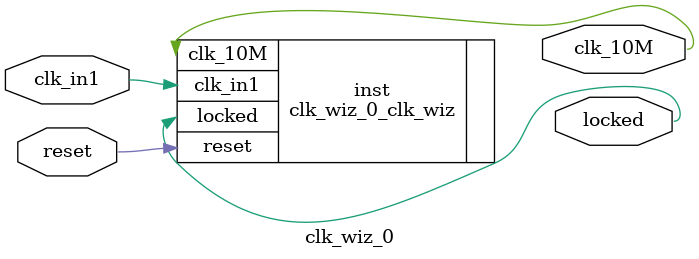
<source format=v>


`timescale 1ps/1ps

(* CORE_GENERATION_INFO = "clk_wiz_0,clk_wiz_v6_0_5_0_0,{component_name=clk_wiz_0,use_phase_alignment=true,use_min_o_jitter=false,use_max_i_jitter=false,use_dyn_phase_shift=false,use_inclk_switchover=false,use_dyn_reconfig=false,enable_axi=0,feedback_source=FDBK_AUTO,PRIMITIVE=MMCM,num_out_clk=1,clkin1_period=10.000,clkin2_period=10.000,use_power_down=false,use_reset=true,use_locked=true,use_inclk_stopped=false,feedback_type=SINGLE,CLOCK_MGR_TYPE=NA,manual_override=false}" *)

module clk_wiz_0 
 (
  // Clock out ports
  output        clk_10M,
  // Status and control signals
  input         reset,
  output        locked,
 // Clock in ports
  input         clk_in1
 );

  clk_wiz_0_clk_wiz inst
  (
  // Clock out ports  
  .clk_10M(clk_10M),
  // Status and control signals               
  .reset(reset), 
  .locked(locked),
 // Clock in ports
  .clk_in1(clk_in1)
  );

endmodule

</source>
